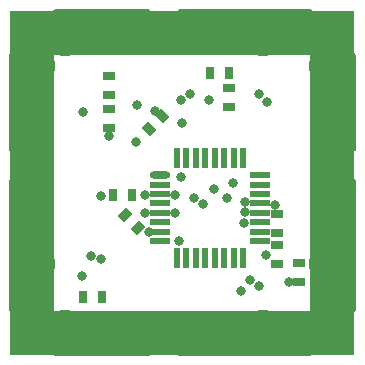
<source format=gts>
%FSLAX25Y25*%
%MOIN*%
G70*
G01*
G75*
G04 Layer_Color=8388736*
%ADD10O,0.05906X0.01575*%
%ADD11R,0.05906X0.01575*%
%ADD12R,0.01575X0.05906*%
%ADD13R,0.03150X0.02362*%
G04:AMPARAMS|DCode=14|XSize=23.62mil|YSize=31.5mil|CornerRadius=0mil|HoleSize=0mil|Usage=FLASHONLY|Rotation=45.000|XOffset=0mil|YOffset=0mil|HoleType=Round|Shape=Rectangle|*
%AMROTATEDRECTD14*
4,1,4,0.00278,-0.01949,-0.01949,0.00278,-0.00278,0.01949,0.01949,-0.00278,0.00278,-0.01949,0.0*
%
%ADD14ROTATEDRECTD14*%

%ADD15R,0.02362X0.03150*%
G04:AMPARAMS|DCode=16|XSize=23.62mil|YSize=31.5mil|CornerRadius=0mil|HoleSize=0mil|Usage=FLASHONLY|Rotation=135.000|XOffset=0mil|YOffset=0mil|HoleType=Round|Shape=Rectangle|*
%AMROTATEDRECTD16*
4,1,4,0.01949,0.00278,-0.00278,-0.01949,-0.01949,-0.00278,0.00278,0.01949,0.01949,0.00278,0.0*
%
%ADD16ROTATEDRECTD16*%

%ADD17C,0.01000*%
%ADD18C,0.01500*%
%ADD19C,0.00500*%
%ADD20R,0.02500X0.15000*%
%ADD21R,0.02500X0.12500*%
%ADD22R,0.12500X0.02500*%
%ADD23R,0.15000X0.02500*%
%ADD24C,0.02500*%
%ADD25R,0.04803X0.01969*%
%ADD26R,0.09843X0.04724*%
%ADD27C,0.00394*%
%ADD28C,0.00750*%
%ADD29C,0.00700*%
%ADD30R,0.15000X1.05000*%
%ADD31R,1.15000X0.15000*%
%ADD32R,0.15000X1.15000*%
%ADD33O,0.06706X0.02375*%
%ADD34R,0.06706X0.02375*%
%ADD35R,0.02375X0.06706*%
%ADD36R,0.03950X0.03162*%
G04:AMPARAMS|DCode=37|XSize=31.62mil|YSize=39.5mil|CornerRadius=0mil|HoleSize=0mil|Usage=FLASHONLY|Rotation=45.000|XOffset=0mil|YOffset=0mil|HoleType=Round|Shape=Rectangle|*
%AMROTATEDRECTD37*
4,1,4,0.00278,-0.02514,-0.02514,0.00278,-0.00278,0.02514,0.02514,-0.00278,0.00278,-0.02514,0.0*
%
%ADD37ROTATEDRECTD37*%

%ADD38R,0.03162X0.03950*%
G04:AMPARAMS|DCode=39|XSize=31.62mil|YSize=39.5mil|CornerRadius=0mil|HoleSize=0mil|Usage=FLASHONLY|Rotation=135.000|XOffset=0mil|YOffset=0mil|HoleType=Round|Shape=Rectangle|*
%AMROTATEDRECTD39*
4,1,4,0.02514,0.00278,-0.00278,-0.02514,-0.02514,-0.00278,0.00278,0.02514,0.02514,0.00278,0.0*
%
%ADD39ROTATEDRECTD39*%

%ADD40R,0.03300X0.15800*%
%ADD41R,0.03300X0.13300*%
%ADD42R,0.13300X0.03300*%
%ADD43R,0.15800X0.03300*%
%ADD44C,0.03300*%
D19*
X411800Y407500D02*
G03*
X421200Y407500I4700J0D01*
G01*
X375823Y304177D02*
G03*
X369177Y310823I-3323J3323D01*
G01*
Y404177D02*
G03*
X375823Y410823I3323J3323D01*
G01*
X469177D02*
G03*
X475823Y404177I3323J-3323D01*
G01*
X421200Y307500D02*
G03*
X411800Y307500I-4700J0D01*
G01*
X475823Y310823D02*
G03*
X469177Y304177I-3323J-3323D01*
G01*
X472500Y368200D02*
G03*
X472500Y358800I0J-4700D01*
G01*
X372500D02*
G03*
X372500Y368200I0J4700D01*
G01*
X421500Y415000D02*
X465000D01*
X380000D02*
X411500D01*
X421197Y407432D02*
X421500Y415000D01*
X411500D02*
X411800Y407500D01*
X365000Y315000D02*
X369177Y310823D01*
X375823Y304177D02*
X380000Y300000D01*
X365000Y400000D02*
X369177Y404177D01*
X375823Y410823D02*
X380000Y415000D01*
X475823Y404177D02*
X480000Y400000D01*
X465000Y415000D02*
X469177Y410823D01*
X475823Y310823D02*
X480000Y315000D01*
X411500Y300000D02*
X411800Y307500D01*
X421197Y307568D02*
X421500Y300000D01*
X380000D02*
X411500D01*
X421500D02*
X465000D01*
X469177Y304177D01*
X472500Y368200D02*
X480000Y368500D01*
X472432Y358803D02*
X480000Y358500D01*
Y368500D02*
Y400000D01*
Y315000D02*
Y358500D01*
X365000Y368500D02*
X372500Y368200D01*
X365000Y358500D02*
X372568Y358803D01*
X365000Y368500D02*
Y400000D01*
Y315000D02*
Y358500D01*
D30*
X372500Y360000D02*
D03*
D31*
X422500Y407500D02*
D03*
Y307500D02*
D03*
D32*
X472500Y357500D02*
D03*
D33*
X415000Y360000D02*
D03*
D34*
Y356850D02*
D03*
Y353701D02*
D03*
Y350551D02*
D03*
Y347402D02*
D03*
Y344252D02*
D03*
Y341102D02*
D03*
Y337953D02*
D03*
X448465D02*
D03*
Y341102D02*
D03*
Y344252D02*
D03*
Y347402D02*
D03*
Y350551D02*
D03*
Y353701D02*
D03*
Y356850D02*
D03*
Y360000D02*
D03*
D35*
X420709Y332244D02*
D03*
X423858D02*
D03*
X427008D02*
D03*
X430158D02*
D03*
X433307D02*
D03*
X436457D02*
D03*
X439606D02*
D03*
X442756D02*
D03*
Y365709D02*
D03*
X439606D02*
D03*
X436457D02*
D03*
X433307D02*
D03*
X430158D02*
D03*
X427008D02*
D03*
X423858D02*
D03*
X420709D02*
D03*
D36*
X461500Y330650D02*
D03*
Y324350D02*
D03*
X454000Y336650D02*
D03*
Y330350D02*
D03*
Y347150D02*
D03*
Y340850D02*
D03*
X398000Y386850D02*
D03*
Y393150D02*
D03*
Y382150D02*
D03*
Y375850D02*
D03*
X438000Y389150D02*
D03*
Y382850D02*
D03*
D37*
X411273Y375273D02*
D03*
X415727Y379727D02*
D03*
D38*
X431850Y394000D02*
D03*
X438150D02*
D03*
X389350Y319500D02*
D03*
X395650D02*
D03*
X405650Y353500D02*
D03*
X399350D02*
D03*
D39*
X407727Y342273D02*
D03*
X403273Y346727D02*
D03*
D40*
X383500Y407500D02*
D03*
X449500D02*
D03*
Y307500D02*
D03*
X383500D02*
D03*
D41*
X431500Y407500D02*
D03*
X461500D02*
D03*
X455500D02*
D03*
X443500D02*
D03*
X437500D02*
D03*
X407500D02*
D03*
X401500D02*
D03*
X395500D02*
D03*
X389500D02*
D03*
X425500D02*
D03*
Y307500D02*
D03*
X389500D02*
D03*
X395500D02*
D03*
X401500D02*
D03*
X407500D02*
D03*
X437500D02*
D03*
X443500D02*
D03*
X455500D02*
D03*
X461500D02*
D03*
X431500D02*
D03*
D42*
X472500Y354500D02*
D03*
Y390500D02*
D03*
Y384500D02*
D03*
Y378500D02*
D03*
Y372500D02*
D03*
Y342500D02*
D03*
Y336500D02*
D03*
Y324500D02*
D03*
Y318500D02*
D03*
Y348500D02*
D03*
X372500Y354500D02*
D03*
Y390500D02*
D03*
Y384500D02*
D03*
Y378500D02*
D03*
Y372500D02*
D03*
Y342500D02*
D03*
Y336500D02*
D03*
Y324500D02*
D03*
Y318500D02*
D03*
Y348500D02*
D03*
D43*
X472500Y330500D02*
D03*
Y396500D02*
D03*
X372500Y330500D02*
D03*
Y396500D02*
D03*
D44*
X421500Y338000D02*
D03*
X411500Y341000D02*
D03*
X398000Y373000D02*
D03*
X422500Y377500D02*
D03*
X439500Y357500D02*
D03*
X443000Y344000D02*
D03*
X443500Y351000D02*
D03*
X443299Y347701D02*
D03*
X437500Y352500D02*
D03*
X433000Y355500D02*
D03*
X410098Y347402D02*
D03*
X420000Y347500D02*
D03*
Y353500D02*
D03*
X410000D02*
D03*
X395500Y353000D02*
D03*
X392000Y333000D02*
D03*
X389000Y326500D02*
D03*
X395500Y332000D02*
D03*
X422000Y359500D02*
D03*
X389500Y381000D02*
D03*
X426500Y352500D02*
D03*
X429500Y350500D02*
D03*
X407000Y371000D02*
D03*
X407500Y383500D02*
D03*
X448000Y387000D02*
D03*
X413500Y381500D02*
D03*
X458000Y324500D02*
D03*
X425000Y387000D02*
D03*
X422000Y385000D02*
D03*
X450500Y333500D02*
D03*
X448000Y323000D02*
D03*
X445000Y325000D02*
D03*
X431500Y385000D02*
D03*
X442000Y321500D02*
D03*
X450801Y384500D02*
D03*
X453500Y350000D02*
D03*
M02*

</source>
